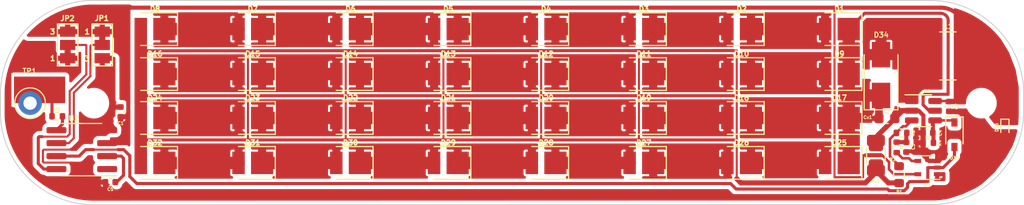
<source format=kicad_pcb>
(kicad_pcb (version 20211014) (generator pcbnew)
  (layers (0 "F.Cu" signal) (31 "B.Cu" signal) (34 "B.Paste" user) (35 "F.Paste" user) (36 "B.SilkS" user "B.Silkscreen") (37 "F.SilkS" user "F.Silkscreen") (38 "B.Mask" user) (39 "F.Mask" user) (44 "Edge.Cuts" user))
  (net 0 "")
  (net 1 "Net-(C4-Pad1)")
  (net 2 "GND")
  (net 3 "+5V")
  (net 4 "Net-(D1-Pad1)")
  (net 5 "Net-(D2-Pad1)")
  (net 6 "Net-(D4-Pad1)")
  (net 7 "Net-(D5-Pad1)")
  (net 8 "Net-(D6-Pad1)")
  (net 9 "Net-(D14-Pad1)")
  (net 10 "Net-(D7-Pad1)")
  (net 11 "Net-(D11-Pad1)")
  (net 12 "Net-(C5-Pad1)")
  (net 13 "Net-(D15-Pad1)")
  (net 14 "Net-(Cx1-Pad1)")
  (net 15 "Net-(R6-Pad2)")
  (net 17 "Net-(R6-Pad1)")
  (net 18 "Net-(C3-Pad1)")
  (net 19 "Net-(D12-Pad1)")
  (net 20 "Net-(R1-Pad2)")
  (net 21 "unconnected-(U3-Pad1)")
  (net 22 "Net-(D13-Pad1)")
  (net 23 "Net-(D17-Pad1)")
  (net 24 "Net-(D19-Pad1)")
  (net 25 "Net-(D21-Pad1)")
  (net 26 "Net-(D23-Pad1)")
  (net 27 "Net-(D20-Pad1)")
  (net 28 "Net-(D25-Pad1)")
  (net 29 "Net-(D22-Pad1)")
  (net 30 "Net-(D27-Pad1)")
  (net 31 "Net-(D29-Pad1)")
  (net 32 "Net-(D30-Pad1)")
  (net 33 "Net-(R3-Pad1)")
  (net 34 "Net-(D31-Pad1)")
  (net 35 "Net-(D33-Pad2)")
  (net 36 "Net-(D34-Pad2)")
  (net 37 "Net-(D28-Pad1)")
  (net 38 "Net-(D16-Pad1)")
  (net 39 "Net-(D10-Pad2)")
  (net 40 "Net-(D3-Pad1)")
  (net 41 "Net-(D10-Pad1)")
  (net 42 "Net-(D18-Pad1)")
  (net 43 "Net-(D26-Pad1)")
  (net 44 "Net-(JP1-Pad2)")
  (net 45 "Net-(JP2-Pad2)")
  (footprint "LED_SMD:LED_2835_custom_margin" (layer "F.Cu") (at 95.48 39.625 180)
    (fp_text reference "D3")
    (fp_text value "660nm" hide)
  )
  (footprint "LED_SMD:LED_2835_custom_margin" (layer "F.Cu") (at 57.28 52.725 180)
    (fp_text reference "D31")
    (fp_text value "660nm" hide)
  )
  (footprint "LED_SMD:LED_2835_custom_margin" (layer "F.Cu") (at 114.58 39.625 180)
    (fp_text reference "D1")
    (fp_text value "660nm" hide)
  )
  (footprint "Resistor_SMD:R_0402_1005Metric" (layer "F.Cu") (at 38.18 48.165)
    (fp_text reference "R6")
    (fp_text value "5k" hide)
  )
  (footprint "LED_SMD:LED_2835_custom_margin" (layer "F.Cu") (at 47.73 44.025 180)
    (fp_text reference "D16")
    (fp_text value "660nm" hide)
  )
  (footprint "LED_SMD:LED_2835_custom_margin" (layer "F.Cu") (at 66.83 52.725 180)
    (fp_text reference "D30")
    (fp_text value "660nm" hide)
  )
  (footprint "LED_SMD:LED_2835_custom_margin" (layer "F.Cu") (at 76.38 48.325 180)
    (fp_text reference "D21")
    (fp_text value "660nm" hide)
  )
  (footprint "Resistor_SMD:R_0402_1005Metric" (layer "F.Cu") (at 123.26 50.755)
    (fp_text reference "R4")
    (fp_text value "100k" hide)
  )
  (footprint "LED_SMD:LED_2835_custom_margin" (layer "F.Cu") (at 47.73 52.725 180)
    (fp_text reference "D32")
    (fp_text value "660nm" hide)
  )
  (footprint "LED_SMD:LED_2835_custom_margin" (layer "F.Cu") (at 95.48 44.025 180)
    (fp_text reference "D11")
    (fp_text value "660nm" hide)
  )
  (footprint "MountingHole:MountingHole_2.1mm" (layer "F.Cu") (at 41.77 46.865)
    (fp_text reference "H2" hide)
    (fp_text value "MountingHole" hide)
  )
  (footprint "LED_SMD:LED_2835_custom_margin" (layer "F.Cu") (at 66.83 48.325 180)
    (fp_text reference "D22")
    (fp_text value "660nm" hide)
  )
  (footprint "LED_SMD:LED_2835_custom_margin" (layer "F.Cu") (at 85.93 48.325 180)
    (fp_text reference "D20")
    (fp_text value "660nm" hide)
  )
  (footprint "TestPoint:TestPoint_Loop_D2.50mm_Drill1.0mm_overlap_pad_custom" (layer "F.Cu") (at 35.53 46.875)
    (fp_text reference "TP1")
    (fp_text value "TestPoint" hide)
  )
  (footprint "LED_SMD:LED_2835_custom_margin" (layer "F.Cu") (at 105.03 48.325 180)
    (fp_text reference "D18")
    (fp_text value "660nm" hide)
  )
  (footprint "LED_SMD:LED_2835_custom_margin" (layer "F.Cu") (at 57.28 39.625 180)
    (fp_text reference "D7")
    (fp_text value "660nm" hide)
  )
  (footprint "custom_footprint_library:L_WHC_0630_custom" (layer "F.Cu") (at 125.2 42.25 180)
    (fp_text reference "L1")
    (fp_text value "L_Ferrite_Small" hide)
  )
  (footprint "Capacitor_SMD:C_0402_1005Metric" (layer "F.Cu") (at 125.3 47.195 -90)
    (fp_text reference "C2")
    (fp_text value "22u" hide)
  )
  (footprint "LED_SMD:LED_2835_custom_margin" (layer "F.Cu") (at 85.93 52.725 180)
    (fp_text reference "D28")
    (fp_text value "660nm" hide)
  )
  (footprint "LED_SMD:LED_2835_custom_margin" (layer "F.Cu") (at 85.93 39.625 180)
    (fp_text reference "D4")
    (fp_text value "660nm" hide)
  )
  (footprint "custom_footprint_library:R_1206_0805_3216Metric_custom" (layer "F.Cu") (at 118.15 52 -90)
    (fp_text reference "Rx1")
    (fp_text value "1.5" hide)
  )
  (footprint "LED_SMD:LED_2835_custom_margin" (layer "F.Cu") (at 95.48 52.725 180)
    (fp_text reference "D27")
    (fp_text value "660nm" hide)
  )
  (footprint "LED_SMD:LED_2835_custom_margin" (layer "F.Cu") (at 47.73 48.325 180)
    (fp_text reference "D24")
    (fp_text value "660nm" hide)
  )
  (footprint "LED_SMD:LED_2835_custom_margin" (layer "F.Cu") (at 57.28 44.025 180)
    (fp_text reference "D15")
    (fp_text value "660nm" hide)
  )
  (footprint "Capacitor_SMD:C_0402_1005Metric" (layer "F.Cu") (at 123.23 49.785 180)
    (fp_text reference "C4")
    (fp_text value "1n" hide)
  )
  (footprint "LED_SMD:LED_2835_custom_margin" (layer "F.Cu") (at 114.58 48.325 180)
    (fp_text reference "D17")
    (fp_text value "660nm" hide)
  )
  (footprint "LED_SMD:LED_2835_custom_margin" (layer "F.Cu") (at 57.28 48.325 180)
    (fp_text reference "D23")
    (fp_text value "660nm" hide)
  )
  (footprint "LED_SMD:LED_2835_custom_margin" (layer "F.Cu") (at 105.03 52.725 180)
    (fp_text reference "D26")
    (fp_text value "660nm" hide)
  )
  (footprint "Jumper:SolderJumper-3_P1.3mm_Bridged12_Pad1.0x1.5mm_NumberLabels" (layer "F.Cu") (at 39.2 41.175 90)
    (fp_text reference "JP2")
    (fp_text value "solderjumper_2" hide)
  )
  (footprint "LED_SMD:LED_2835_custom_margin" (layer "F.Cu") (at 105.03 44.025 180)
    (fp_text reference "D10")
    (fp_text value "660nm" hide)
  )
  (footprint "LED_SMD:LED_2835_custom_margin" (layer "F.Cu") (at 105.03 39.625 180)
    (fp_text reference "D2")
    (fp_text value "660nm" hide)
  )
  (footprint "Package_TO_SOT_SMD:SOT-353_SC-70-5" (layer "F.Cu") (at 123.19 53.185 180)
    (fp_text reference "U3")
    (fp_text value "74LVC1G04" hide)
  )
  (footprint "LED_SMD:LED_2835_custom_margin" (layer "F.Cu") (at 76.38 44.025 180)
    (fp_text reference "D13")
    (fp_text value "660nm" hide)
  )
  (footprint "Diode_SMD:D_SMA" (layer "F.Cu") (at 118.65 44.125 90)
    (fp_text reference "D34")
    (fp_text value "SS14" hide)
  )
  (footprint "Capacitor_SMD:C_0402_1005Metric" (layer "F.Cu") (at 44.37 47.735 -90)
    (fp_text reference "C1")
    (fp_text value "1u" hide)
  )
  (footprint "Resistor_SMD:R_0402_1005Metric" (layer "F.Cu") (at 120.66 49.785)
    (fp_text reference "R2")
    (fp_text value "200k" hide)
  )
  (footprint "LED_SMD:LED_2835_custom_margin" (layer "F.Cu") (at 85.93 44.025 180)
    (fp_text reference "D12")
    (fp_text value "660nm" hide)
  )
  (footprint "Resistor_SMD:R_0603_1608Metric" (layer "F.Cu") (at 120.41 53.875 90)
    (fp_text reference "R1")
    (fp_text value "23.2k" hide)
  )
  (footprint "LED_SMD:LED_2835_custom_margin" (layer "F.Cu") (at 66.83 44.025 180)
    (fp_text reference "D14")
    (fp_text value "660nm" hide)
  )
  (footprint "Diode_SMD:D_SOD-923" (layer "F.Cu") (at 130.75 49.25 -90)
    (fp_text reference "D35")
    (fp_text value "D_TVS_unidirection" hide)
  )
  (footprint "Capacitor_SMD:C_0603_1608Metric" (layer "F.Cu") (at 119.22 48.365)
    (fp_text reference "Cx1")
    (fp_text value "22u" hide)
  )
  (footprint "Resistor_SMD:R_0402_1005Metric" (layer "F.Cu") (at 120.18 51.205 90)
    (fp_text reference "R3")
    (fp_text value "200k" hide)
  )
  (footprint "Capacitor_SMD:C_0402_1005Metric" (layer "F.Cu") (at 121.12 51.185 -90)
    (fp_text reference "C3")
    (fp_text value "1u" hide)
  )
  (footprint "LED_SMD:LED_2835_custom_margin" (layer "F.Cu") (at 76.38 39.625 180)
    (fp_text reference "D5")
    (fp_text value "660nm" hide)
  )
  (footprint "Package_SO:SOIC-8_3.9x4.9mm_P1.27mm" (layer "F.Cu") (at 40.58 51.425 180)
    (fp_text reference "U2")
    (fp_text value "JL8022W-L" hide)
  )
  (footprint "Capacitor_SMD:C_0402_1005Metric" (layer "F.Cu") (at 43.37 54.605 180)
    (fp_text reference "C5")
    (fp_text value "10n" hide)
  )
  (footprint "LED_SMD:LED_2835_custom_margin" (layer "F.Cu") (at 47.73 39.625 180)
    (fp_text reference "D8")
    (fp_text value "660nm" hide)
  )
  (footprint "LED_SMD:LED_2835_custom_margin" (layer "F.Cu") (at 114.58 44.025 180)
    (fp_text reference "D9")
    (fp_text value "660nm" hide)
  )
  (footprint "MountingHole:MountingHole_2.1mm" (layer "F.Cu") (at 128.45 46.875)
    (fp_text reference "H1" hide)
    (fp_text value "MountingHole" hide)
  )
  (footprint "Jumper:SolderJumper-3_P1.3mm_Bridged12_Pad1.0x1.5mm_NumberLabels" (layer "F.Cu") (at 42.575 41.175 -90)
    (fp_text reference "JP1")
    (fp_text value "solderjumper_1" hide)
  )
  (footprint "LED_SMD:LED_2835_custom_margin" (layer "F.Cu") (at 95.48 48.325 180)
    (fp_text reference "D19")
    (fp_text value "660nm" hide)
  )
  (footprint "LED_SMD:LED_2835_custom_margin" (layer "F.Cu") (at 76.38 52.725 180)
    (fp_text reference "D29")
    (fp_text value "660nm" hide)
  )
  (footprint "LED_SMD:LED_2835_custom_margin" (layer "F.Cu") (at 66.83 39.625 180)
    (fp_text reference "D6")
    (fp_text value "660nm" hide)
  )
  (footprint "Diode_SMD:D_SOD-323_custom" (layer "F.Cu") (at 125.82 49.815 -90)
    (fp_text reference "D33")
    (fp_text value "1N4148WS" hide)
  )
  (footprint "Package_TO_SOT_SMD:SOT-23-6" (layer "F.Cu") (at 122.79 47.615)
    (fp_text reference "U1")
    (fp_text value "MT9284_1" hide)
  )
  (footprint "LED_SMD:LED_2835_custom_margin" (layer "F.Cu") (at 114.58 52.725 180)
    (fp_text reference "D25")
    (fp_text value "660nm" hide)
  )
  (gr_arc (start 123.68 36.825001) (mid 129.801912 39.394768) (end 132.58 45.425) (layer "Edge.Cuts") (width 0.1))
  (gr_line (start 32.64 45.725) (end 32.64 48.245) (layer "Edge.Cuts") (width 0.1))
  (gr_line (start 123.980001 56.803115) (end 41.54 56.824999) (layer "Edge.Cuts") (width 0.1))
  (gr_line (start 41.239999 36.825) (end 123.68 36.825001) (layer "Edge.Cuts") (width 0.1))
  (gr_line (start 132.58 45.425) (end 132.58 47.903115) (layer "Edge.Cuts") (width 0.1))
  (gr_arc (start 41.54 56.824999) (mid 35.42487 54.262232) (end 32.64 48.245) (layer "Edge.Cuts") (width 0.1))
  (gr_arc (start 132.58 47.903115) (mid 130.010207 54.024999) (end 123.980001 56.803115) (layer "Edge.Cuts") (width 0.1))
  (gr_arc (start 32.64 45.725) (mid 35.209792 39.603113) (end 41.239999 36.825) (layer "Edge.Cuts") (width 0.1))
  (segment (start 123.77 50.755) (end 123.77 49.845) (width 0.4) (layer "F.Cu") (net 1))
  (segment (start 123.71 48.7825) (end 123.9275 48.565) (width 0.4) (layer "F.Cu") (net 1))
  (segment (start 123.77 49.845) (end 123.71 49.785) (width 0.4) (layer "F.Cu") (net 1))
  (segment (start 125.62 48.565) (end 125.82 48.765) (width 0.25) (layer "F.Cu") (net 1))
  (segment (start 123.9275 48.565) (end 125.62 48.565) (width 0.25) (layer "F.Cu") (net 1))
  (segment (start 123.71 49.785) (end 123.71 48.7825) (width 0.4) (layer "F.Cu") (net 1))
  (segment (start 124.300489 52.535) (end 124.73 52.105489) (width 0.4) (layer "F.Cu") (net 2))
  (segment (start 39.555 51.425) (end 36.88 51.425) (width 0.2) (layer "F.Cu") (net 2))
  (segment (start 122.79 49.735) (end 122.76 49.765) (width 0.4) (layer "F.Cu") (net 2))
  (segment (start 39.68 54.7) (end 38.076015 54.7) (width 0.3) (layer "F.Cu") (net 2))
  (segment (start 39.68 54.7) (end 42.795 54.7) (width 0.3) (layer "F.Cu") (net 2))
  (segment (start 130.75 49.67) (end 130.455 49.965) (width 0.25) (layer "F.Cu") (net 2))
  (segment (start 36.88 51.425) (end 36.78 51.525) (width 0.2) (layer "F.Cu") (net 2))
  (segment (start 42.795 54.7) (end 42.89 54.605) (width 0.3) (layer "F.Cu") (net 2))
  (segment (start 43.055 49.52) (end 41.91 49.52) (width 0.25) (layer "F.Cu") (net 2))
  (segment (start 36.78 51.525) (end 36.78 52.61048) (width 0.2) (layer "F.Cu") (net 2))
  (segment (start 118.15 50.21) (end 119.995 48.365) (width 0.5) (layer "F.Cu") (net 2))
  (segment (start 36.78 52.61048) (end 36.86452 52.695) (width 0.2) (layer "F.Cu") (net 2))
  (segment (start 119.239763 55.94904) (end 119.225723 55.935) (width 0.3) (layer "F.Cu") (net 2))
  (segment (start 126.855 49.95) (end 126.84 49.965) (width 0.3) (layer "F.Cu") (net 2))
  (segment (start 124.73 52.105489) (end 124.73 50.215) (width 0.75) (layer "F.Cu") (net 2))
  (segment (start 120.745 47.615) (end 121.6525 47.615) (width 0.5) (layer "F.Cu") (net 2))
  (segment (start 43.73 42.475) (end 43.73 47.325) (width 0.25) (layer "F.Cu") (net 2))
  (segment (start 42.575 42.475) (end 43.73 42.475) (width 0.25) (layer "F.Cu") (net 2))
  (segment (start 43.8 47.255) (end 43.73 47.325) (width 0.25) (layer "F.Cu") (net 2))
  (segment (start 118.33 51.07) (end 118.33 50.5425) (width 0.4) (layer "F.Cu") (net 2))
  (segment (start 124.14 52.535) (end 124.300489 52.535) (width 0.4) (layer "F.Cu") (net 2))
  (segment (start 122.79 49.745) (end 122.75 49.785) (width 0.4) (layer "F.Cu") (net 2))
  (segment (start 36.86452 52.695) (end 39.72 52.695) (width 0.2) (layer "F.Cu") (net 2))
  (segment (start 124.98 49.965) (end 126.84 49.965) (width 0.75) (layer "F.Cu") (net 2))
  (segment (start 122.76 51.955) (end 123.34 52.535) (width 0.4) (layer "F.Cu") (net 2))
  (segment (start 40.005 51.425) (end 39.555 51.425) (width 0.25) (layer "F.Cu") (net 2))
  (segment (start 44.177715 55.935) (end 42.89 54.647285) (width 0.3) (layer "F.Cu") (net 2))
  (segment (start 122.79 48.085) (end 122.79 49.745) (width 0.4) (layer "F.Cu") (net 2))
  (segment (start 122.76 51.155) (end 122.76 51.955) (width 0.4) (layer "F.Cu") (net 2))
  (segment (start 39.01 43.705) (end 39.2 43.515) (width 0.3) (layer "F.Cu") (net 2))
  (segment (start 33.555 47.527335) (end 33.555 43.73) (width 0.3) (layer "F.Cu") (net 2))
  (segment (start 126.85 50.115) (end 126.855 50.12) (width 0.25) (layer "F.Cu") (net 2))
  (segment (start 126.129022 47.675) (end 125.3 47.675) (width 0.3) (layer "F.Cu") (net 2))
  (segment (start 119.225723 55.935) (end 44.177715 55.935) (width 0.3) (layer "F.Cu") (net 2))
  (segment (start 39.2 43.515) (end 39.2 42.475) (width 0.3) (layer "F.Cu") (net 2))
  (segment (start 130.455 49.965) (end 126.84 49.965) (width 0.25) (layer "F.Cu") (net 2))
  (segment (start 122.32 47.615) (end 122.79 48.085) (width 0.4) (layer "F.Cu") (net 2))
  (segment (start 121.6525 47.615) (end 122.32 47.615) (width 0.4) (layer "F.Cu") (net 2))
  (segment (start 43.73 48.075) (end 43.055 48.75) (width 0.25) (layer "F.Cu") (net 2))
  (segment (start 42.89 54.647285) (end 42.89 54.605) (width 0.3) (layer "F.Cu") (net 2))
  (segment (start 126.855 53.6) (end 124.50596 55.94904) (width 0.3) (layer "F.Cu") (net 2))
  (segment (start 43.73 47.325) (end 43.73 48.075) (width 0.25) (layer "F.Cu") (net 2))
  (segment (start 118.15 50.5375) (end 118.15 50.21) (width 0.5) (layer "F.Cu") (net 2))
  (segment (start 44.37 47.255) (end 43.8 47.255) (width 0.25) (layer "F.Cu") (net 2))
  (segment (start 34.03 43.255) (end 37.71 43.255) (width 0.3) (layer "F.Cu") (net 2))
  (segment (start 38.16 43.705) (end 39.01 43.705) (width 0.3) (layer "F.Cu") (net 2))
  (segment (start 119.995 48.365) (end 120.745 47.615) (width 0.5) (layer "F.Cu") (net 2))
  (segment (start 43.055 48.75) (end 43.055 49.52) (width 0.25) (layer "F.Cu") (net 2))
  (segment (start 39.72 52.695) (end 39.72 54.603432) (width 0.2) (layer "F.Cu") (net 2))
  (segment (start 33.555 43.73) (end 34.03 43.255) (width 0.3) (layer "F.Cu") (net 2))
  (segment (start 122.75 49.785) (end 122.75 50.755) (width 0.4) (layer "F.Cu") (net 2))
  (segment (start 126.855 48.400978) (end 126.855 49.95) (width 0.3) (layer "F.Cu") (net 2))
  (segment (start 41.91 49.52) (end 40.005 51.425) (width 0.25) (layer "F.Cu") (net 2))
  (segment (start 126.855 49.95) (end 126.855 53.6) (width 0.3) (layer "F.Cu") (net 2))
  (segment (start 123.34 52.535) (end 124.14 52.535) (width 0.4) (layer "F.Cu") (net 2))
  (segment (start 124.73 50.215) (end 124.98 49.965) (width 0.75) (layer "F.Cu") (net 2))
  (segment (start 124.50596 55.94904) (end 119.239763 55.94904) (width 0.3) (layer "F.Cu") (net 2))
  (segment (start 126.855 48.400978) (end 126.129022 47.675) (width 0.3) (layer "F.Cu") (net 2))
  (segment (start 121.12 51.665) (end 121.2 51.585) (width 0.25) (layer "F.Cu") (net 2))
  (segment (start 37.71 43.255) (end 38.16 43.705) (width 0.3) (layer "F.Cu") (net 2))
  (arc (start 36.205 53.925) (mid 34.243713 50.989726) (end 33.555 47.527335) (width 0.3) (layer "F.Cu") (net 2))
  (arc (start 39.72 54.603432) (mid 39.709604 54.655694) (end 39.68 54.7) (width 0.2) (layer "F.Cu") (net 2))
  (arc (start 38.076015 54.7) (mid 37.063429 54.498584) (end 36.205 53.925) (width 0.3) (layer "F.Cu") (net 2))
  (segment (start 44.9 48.215) (end 44.37 48.215) (width 0.4) (layer "F.Cu") (net 3))
  (segment (start 114.105 37.43) (end 114.11 37.425) (width 0.2) (layer "F.Cu") (net 3))
  (segment (start 45.12 50.79) (end 45.12 48.435) (width 0.4) (layer "F.Cu") (net 3))
  (segment (start 123.9275 46.665) (end 125.25 46.665) (width 0.25) (layer "F.Cu") (net 3))
  (segment (start 116.895362 54.125) (end 116.895362 51.975) (width 0.2) (layer "F.Cu") (net 3))
  (segment (start 42.575 39.875) (end 42.575 38.67) (width 0.4) (layer "F.Cu") (net 3))
  (segment (start 45.28 37.445) (end 45.36048 37.52548) (width 0.4) (layer "F.Cu") (net 3))
  (segment (start 117.175 51.975) (end 117.17702 51.97702) (width 0.4) (layer "F.Cu") (net 3))
  (segment (start 43.055 50.79) (end 45.12 50.79) (width 0.4) (layer "F.Cu") (net 3))
  (segment (start 127.405 41.237102) (end 127.405 42.725) (width 0.4) (layer "F.Cu") (net 3))
  (segment (start 45.36048 37.52548) (end 124.477618 37.52548) (width 0.4) (layer "F.Cu") (net 3))
  (segment (start 119.429996 53.354996) (end 119.429996 52.645003) (width 0.25) (layer "F.Cu") (net 3))
  (segment (start 129.395 45.045) (end 127.405 45.045) (width 0.25) (layer "F.Cu") (net 3))
  (segment (start 43.8 37.445) (end 45.28 37.445) (width 0.4) (layer "F.Cu") (net 3))
  (segment (start 117.17702 51.97702) (end 118.65 51.97702) (width 0.4) (layer "F.Cu") (net 3))
  (segment (start 42.575 38.67) (end 43.8 37.445) (width 0.4) (layer "F.Cu") (net 3))
  (segment (start 114.105 54.125) (end 114.105 37.43) (width 0.2) (layer "F.Cu") (net 3))
  (segment (start 45.12 48.435) (end 44.9 48.215) (width 0.4) (layer "F.Cu") (net 3))
  (segment (start 127.405 45.045) (end 127.405 42.725) (width 0.4) (layer "F.Cu") (net 3))
  (segment (start 119.429996 52.645003) (end 118.762013 51.97702) (width 0.25) (layer "F.Cu") (net 3))
  (segment (start 118.762013 51.97702) (end 118.65 51.97702) (width 0.25) (layer "F.Cu") (net 3))
  (segment (start 119.91 53.835) (end 119.429996 53.354996) (width 0.25) (layer "F.Cu") (net 3))
  (segment (start 42.575 39.875) (end 39.2 39.875) (width 0.4) (layer "F.Cu") (net 3))
  (segment (start 116.895362 51.975) (end 117.175 51.975) (width 0.2) (layer "F.Cu") (net 3))
  (segment (start 116.895362 54.125) (end 114.105 54.125) (width 0.2) (layer "F.Cu") (net 3))
  (segment (start 125.3 46.715) (end 125.735 46.715) (width 0.4) (layer "F.Cu") (net 3))
  (segment (start 125.735 46.715) (end 127.405 45.045) (width 0.4) (layer "F.Cu") (net 3))
  (segment (start 122.24 53.835) (end 119.91 53.835) (width 0.25) (layer "F.Cu") (net 3))
  (segment (start 130.75 46.4) (end 129.395 45.045) (width 0.25) (layer "F.Cu") (net 3))
  (segment (start 125.25 46.665) (end 125.3 46.715) (width 0.25) (layer "F.Cu") (net 3))
  (segment (start 45.12 48.435) (end 45.12 37.605) (width 0.4) (layer "F.Cu") (net 3))
  (segment (start 45.12 37.605) (end 45.28 37.445) (width 0.4) (layer "F.Cu") (net 3))
  (segment (start 130.75 48.83) (end 130.75 46.4) (width 0.25) (layer "F.Cu") (net 3))
  (arc (start 126.155469 38.220468) (mid 127.080257 39.604511) (end 127.405 41.237102) (width 0.4) (layer "F.Cu") (net 3))
  (arc (start 124.477618 37.52548) (mid 125.385664 37.706102) (end 126.155469 38.220468) (width 0.4) (layer "F.Cu") (net 3))
  (segment (start 105.945 39.625) (end 113.19 39.625) (width 1.215) (layer "F.Cu") (net 4))
  (segment (start 96.395 39.625) (end 103.64 39.625) (width 1.215) (layer "F.Cu") (net 5))
  (segment (start 77.295 39.625) (end 84.54 39.625) (width 1.215) (layer "F.Cu") (net 6))
  (segment (start 67.745 39.625) (end 74.99 39.625) (width 1.215) (layer "F.Cu") (net 7))
  (segment (start 58.195 39.625) (end 65.44 39.625) (width 1.215) (layer "F.Cu") (net 8))
  (segment (start 58.195 44.025) (end 65.44 44.025) (width 1.215) (layer "F.Cu") (net 9))
  (segment (start 48.645 39.625) (end 55.89 39.625) (width 1.215) (layer "F.Cu") (net 10))
  (segment (start 86.845 44.025) (end 94.09 44.025) (width 1.215) (layer "F.Cu") (net 11))
  (segment (start 44.65048 53.94452) (end 43.99 54.605) (width 0.3) (layer "F.Cu") (net 12))
  (segment (start 44.44 52.06) (end 44.65048 52.27048) (width 0.3) (layer "F.Cu") (net 12))
  (segment (start 44.65048 52.27048) (end 44.65048 53.94452) (width 0.3) (layer "F.Cu") (net 12))
  (segment (start 43.99 54.605) (end 43.85 54.605) (width 0.3) (layer "F.Cu") (net 12))
  (segment (start 43.055 52.06) (end 44.44 52.06) (width 0.3) (layer "F.Cu") (net 12))
  (segment (start 48.645 44.025) (end 55.89 44.025) (width 1.215) (layer "F.Cu") (net 13))
  (segment (start 123.34 47.615) (end 123.9275 47.615) (width 0.3) (layer "F.Cu") (net 14))
  (segment (start 125.2 46.005) (end 122.93 46.005) (width 0.3) (layer "F.Cu") (net 14))
  (segment (start 125.2 43.185) (end 125.2 46.005) (width 0.3) (layer "F.Cu") (net 14))
  (segment (start 118.445 48.365) (end 118.445 46.33) (width 0.75) (layer "F.Cu") (net 14))
  (segment (start 115.495 39.625) (end 115.495 44.025) (width 1.215) (layer "F.Cu") (net 14))
  (segment (start 115.495 46.22) (end 115.495 48.325) (width 1.215) (layer "F.Cu") (net 14))
  (segment (start 118.445 46.33) (end 118.65 46.125) (width 0.75) (layer "F.Cu") (net 14))
  (segment (start 115.495 44.025) (end 115.495 46.22) (width 1.215) (layer "F.Cu") (net 14))
  (segment (start 122.76 46.175) (end 122.76 47.035) (width 0.3) (layer "F.Cu") (net 14))
  (segment (start 117.045 38.075) (end 115.495 39.625) (width 0.3) (layer "F.Cu") (net 14))
  (segment (start 115.495 46.22) (end 115.59 46.125) (width 1.215) (layer "F.Cu") (net 14))
  (segment (start 122.76 47.035) (end 123.34 47.615) (width 0.3) (layer "F.Cu") (net 14))
  (segment (start 125.205 43.15) (end 125.205 38.782842) (width 0.3) (layer "F.Cu") (net 14))
  (segment (start 122.93 46.005) (end 122.76 46.175) (width 0.3) (layer "F.Cu") (net 14))
  (segment (start 124.461802 38.075) (end 117.045 38.075) (width 0.3) (layer "F.Cu") (net 14))
  (segment (start 115.495 48.325) (end 115.495 52.725) (width 1.215) (layer "F.Cu") (net 14))
  (segment (start 115.59 46.125) (end 118.65 46.125) (width 1.215) (layer "F.Cu") (net 14))
  (arc (start 125.005 38.3) (mid 124.755779 38.133475) (end 124.461802 38.075) (width 0.3) (layer "F.Cu") (net 14))
  (arc (start 125.205 38.782842) (mid 125.153022 38.52153) (end 125.005 38.3) (width 0.3) (layer "F.Cu") (net 14))
  (segment (start 38.69 48.165) (end 38.69 48.935) (width 0.3) (layer "F.Cu") (net 15))
  (segment (start 38.69 48.935) (end 38.105 49.52) (width 0.3) (layer "F.Cu") (net 15))
  (segment (start 37.67 48.165) (end 37.67 45.575) (width 0.3) (layer "F.Cu") (net 17))
  (segment (start 37.67 45.575) (end 36.455 45.575) (width 0.3) (layer "F.Cu") (net 17))
  (segment (start 121.12 50.705) (end 121.12 49.835) (width 0.4) (layer "F.Cu") (net 18))
  (segment (start 120.18 50.695) (end 121.11 50.695) (width 0.4) (layer "F.Cu") (net 18))
  (segment (start 121.12 49.835) (end 121.17 49.785) (width 0.4) (layer "F.Cu") (net 18))
  (segment (start 121.11 50.695) (end 121.12 50.705) (width 0.4) (layer "F.Cu") (net 18))
  (segment (start 77.295 44.025) (end 84.54 44.025) (width 1.215) (layer "F.Cu") (net 19))
  (segment (start 120.120141 49.785) (end 120.15 49.785) (width 0.25) (layer "F.Cu") (net 20))
  (segment (start 120.41 52.989289) (end 119.525 52.104289) (width 0.25) (layer "F.Cu") (net 20))
  (segment (start 121.6525 48.565) (end 121.07702 49.14048) (width 0.25) (layer "F.Cu") (net 20))
  (segment (start 119.525 52.104289) (end 119.525 50.380141) (width 0.25) (layer "F.Cu") (net 20))
  (segment (start 120.41 53.05) (end 120.41 52.989289) (width 0.25) (layer "F.Cu") (net 20))
  (segment (start 121.07702 49.14048) (end 120.79452 49.14048) (width 0.25) (layer "F.Cu") (net 20))
  (segment (start 119.525 50.380141) (end 120.120141 49.785) (width 0.25) (layer "F.Cu") (net 20))
  (segment (start 120.79452 49.14048) (end 120.15 49.785) (width 0.25) (layer "F.Cu") (net 20))
  (segment (start 67.745 44.025) (end 74.99 44.025) (width 1.215) (layer "F.Cu") (net 22))
  (segment (start 105.945 48.325) (end 113.19 48.325) (width 1.215) (layer "F.Cu") (net 23))
  (segment (start 86.845 48.325) (end 94.09 48.325) (width 1.215) (layer "F.Cu") (net 24))
  (segment (start 67.745 48.325) (end 74.99 48.325) (width 1.215) (layer "F.Cu") (net 25))
  (segment (start 48.645 48.325) (end 55.89 48.325) (width 1.215) (layer "F.Cu") (net 26))
  (segment (start 77.295 48.325) (end 84.54 48.325) (width 1.215) (layer "F.Cu") (net 27))
  (segment (start 105.945 52.725) (end 113.19 52.725) (width 1.215) (layer "F.Cu") (net 28))
  (segment (start 58.195 48.325) (end 65.44 48.325) (width 1.215) (layer "F.Cu") (net 29))
  (segment (start 86.845 52.725) (end 94.09 52.725) (width 1.215) (layer "F.Cu") (net 30))
  (segment (start 67.745 52.725) (end 74.99 52.725) (width 1.215) (layer "F.Cu") (net 31))
  (segment (start 58.195 52.725) (end 65.44 52.725) (width 1.215) (layer "F.Cu") (net 32))
  (segment (start 121.38 52.275) (end 121.64 52.535) (width 0.25) (layer "F.Cu") (net 33))
  (segment (start 121.64 52.535) (end 122.24 52.535) (width 0.25) (layer "F.Cu") (net 33))
  (segment (start 120.18 51.715) (end 120.74 52.275) (width 0.25) (layer "F.Cu") (net 33))
  (segment (start 120.74 52.275) (end 121.38 52.275) (width 0.25) (layer "F.Cu") (net 33))
  (segment (start 48.645 52.725) (end 55.89 52.725) (width 1.215) (layer "F.Cu") (net 34))
  (segment (start 121.23452 55.127618) (end 121.23452 54.77048) (width 0.3) (layer "F.Cu") (net 35))
  (segment (start 44.67 51.425) (end 45.27 52.025) (width 0.3) (layer "F.Cu") (net 35))
  (segment (start 124.14 53.185) (end 124.714022 53.185) (width 0.3) (layer "F.Cu") (net 35))
  (segment (start 40.755 51.625) (end 40.955 51.425) (width 0.3) (layer "F.Cu") (net 35))
  (segment (start 45.27 54.064022) (end 45.950978 54.745) (width 0.3) (layer "F.Cu") (net 35))
  (segment (start 41.755 51.425) (end 44.105 51.425) (width 0.2) (layer "F.Cu") (net 35))
  (segment (start 44.105 51.425) (end 44.67 51.425) (width 0.3) (layer "F.Cu") (net 35))
  (segment (start 40.32 52.06) (end 40.755 51.625) (width 0.3) (layer "F.Cu") (net 35))
  (segment (start 123.22 53.185) (end 124.14 53.185) (width 0.3) (layer "F.Cu") (net 35))
  (segment (start 120.912618 55.44952) (end 121.23452 55.127618) (width 0.3) (layer "F.Cu") (net 35))
  (segment (start 119.28167 55.28452) (end 119.44667 55.44952) (width 0.3) (layer "F.Cu") (net 35))
  (segment (start 119.44667 55.44952) (end 120.912618 55.44952) (width 0.3) (layer "F.Cu") (net 35))
  (segment (start 123.22 54.555) (end 123.22 53.185) (width 0.3) (layer "F.Cu") (net 35))
  (segment (start 103.952151 54.745) (end 104.491671 55.28452) (width 0.3) (layer "F.Cu") (net 35))
  (segment (start 45.27 52.025) (end 45.27 54.064022) (width 0.3) (layer "F.Cu") (net 35))
  (segment (start 104.491671 55.28452) (end 119.28167 55.28452) (width 0.3) (layer "F.Cu") (net 35))
  (segment (start 40.955 51.425) (end 41.755 51.425) (width 0.3) (layer "F.Cu") (net 35))
  (segment (start 124.714022 53.185) (end 125.82 52.079022) (width 0.3) (layer "F.Cu") (net 35))
  (segment (start 45.950978 54.745) (end 103.952151 54.745) (width 0.3) (layer "F.Cu") (net 35))
  (segment (start 125.82 52.079022) (end 125.82 51.165) (width 0.3) (layer "F.Cu") (net 35))
  (segment (start 38.105 52.06) (end 40.32 52.06) (width 0.3) (layer "F.Cu") (net 35))
  (segment (start 121.45 54.555) (end 123.22 54.555) (width 0.3) (layer "F.Cu") (net 35))
  (segment (start 121.23452 54.77048) (end 121.45 54.555) (width 0.3) (layer "F.Cu") (net 35))
  (segment (start 77.295 52.725) (end 84.54 52.725) (width 1.215) (layer "F.Cu") (net 37))
  (segment (start 66.360489 46.144511) (end 66.36 46.145) (width 0.2) (layer "F.Cu") (net 38))
  (segment (start 56.80908 50.45408) (end 56.83 50.475) (width 0.2) (layer "F.Cu") (net 38))
  (segment (start 56.83 50.475) (end 66.36 50.475) (width 0.3) (layer "F.Cu") (net 38))
  (segment (start 47.555 50.475) (end 46.955 50.475) (width 0.3) (layer "F.Cu") (net 38))
  (segment (start 66.366706 41.741706) (end 66.360489 41.747923) (width 0.2) (layer "F.Cu") (net 38))
  (segment (start 75.915 46.15) (end 85.445 46.15) (width 0.3) (layer "F.Cu") (net 38))
  (segment (start 85.449511 50.445489) (end 85.42 50.475) (width 0.2) (layer "F.Cu") (net 38))
  (segment (start 104.555 41.725) (end 104.555 46.15) (width 0.2) (layer "F.Cu") (net 38))
  (segment (start 47.555 46.15) (end 46.955 46.15) (width 0.3) (layer "F.Cu") (net 38))
  (segment (start 94.985 46.15) (end 94.999511 46.164511) (width 0.2) (layer "F.Cu") (net 38))
  (segment (start 56.80908 46.13592) (end 56.795 46.15) (width 0.2) (layer "F.Cu") (net 38))
  (segment (start 118.15 53.6475) (end 117.1125 54.685) (width 0.5) (layer "F.Cu") (net 38))
  (segment (start 46.34 48.325) (end 46.34 52.725) (width 1.215) (layer "F.Cu") (net 38))
  (segment (start 94.999511 46.135489) (end 94.985 46.15) (width 0.2) (layer "F.Cu") (net 38))
  (segment (start 94.98 50.475) (end 104.255 50.475) (width 0.3) (layer "F.Cu") (net 38))
  (segment (start 104.255 41.725) (end 104.555 41.725) (width 0.2) (layer "F.Cu") (net 38))
  (segment (start 46.34 44.025) (end 46.34 48.325) (width 1.215) (layer "F.Cu") (net 38))
  (segment (start 104.255 46.15) (end 104.555 46.15) (width 0.2) (layer "F.Cu") (net 38))
  (segment (start 118.15 52.89) (end 118.15 53.4625) (width 0.5) (layer "F.Cu") (net 38))
  (segment (start 85.449511 46.145489) (end 85.449511 50.445489) (width 0.2) (layer "F.Cu") (net 38))
  (segment (start 85.449511 46.145489) (end 85.445 46.15) (width 0.2) (layer "F.Cu") (net 38))
  (segment (start 66.36 50.475) (end 75.89 50.475) (width 0.3) (layer "F.Cu") (net 38))
  (segment (start 118.15 53.4625) (end 118.15 53.6475) (width 0.5) (layer "F.Cu") (net 38))
  (segment (start 66.36 46.145) (end 66.36 50.475) (width 0.2) (layer "F.Cu") (net 38))
  (segment (start 85.478279 41.733279) (end 85.449511 41.762047) (width 0.2) (layer "F.Cu") (net 38))
  (segment (start 75.915 46.15) (end 75.910489 46.154511) (width 0.2) (layer "F.Cu") (net 38))
  (segment (start 75.902501 41.737501) (end 75.902501 46.137501) (width 0.2) (layer "F.Cu") (net 38))
  (segment (start 94.984088 41.729088) (end 94.999511 41.744511) (width 0.2) (layer "F.Cu") (net 38))
  (segment (start 56.80908 41.74592) (end 56.80908 46.13592) (width 0.2) (layer "F.Cu") (net 38))
  (segment (start 66.355 46.15) (end 75.915 46.15) (width 0.3) (layer "F.Cu") (net 38))
  (segment (start 56.80908 46.13592) (end 56.80908 50.45408) (width 0.2) (layer "F.Cu") (net 38))
  (segment (start 75.902501 46.137501) (end 75.915 46.15) (width 0.2) (layer "F.Cu") (net 38))
  (segment (start 46.34 39.625) (end 46.34 44.025) (width 1.215) (layer "F.Cu") (net 38))
  (segment (start 75.910489 50.454511) (end 75.89 50.475) (width 0.2) (layer "F.Cu") (net 38))
  (segment (start 104.555 54.28) (end 104.56 54.285) (width 0.2) (layer "F.Cu") (net 38))
  (segment (start 66.366706 41.741706) (end 75.902501 41.737501) (width 0.3) (layer "F.Cu") (net 38))
  (segment (start 85.42 50.475) (end 94.98 50.475) (width 0.3) (layer "F.Cu") (net 38))
  (segment (start 104.255 50.475) (end 104.555 50.475) (width 0.2) (layer "F.Cu") (net 38))
  (segment (start 85.445 46.15) (end 94.985 46.15) (width 0.3) (layer "F.Cu") (net 38))
  (segment (start 94.999511 46.164511) (end 94.999511 50.455489) (width 0.2) (layer "F.Cu") (net 38))
  (segment (start 85.478279 41.733279) (end 94.984088 41.729088) (width 0.3) (layer "F.Cu") (net 38))
  (segment (start 66.360489 41.747923) (end 66.360489 46.144511) (width 0.2) (layer "F.Cu") (net 38))
  (segment (start 85.449511 41.762047) (end 85.449511 46.145489) (width 0.2) (layer "F.Cu") (net 38))
  (segment (start 104.555 50.475) (end 104.555 54.28) (width 0.2) (layer "F.Cu") (net 38))
  (segment (start 104.56 54.285) (end 104.96 54.685) (width 0.5) (layer "F.Cu") (net 38))
  (segment (start 56.795 46.15) (end 66.355 46.15) (width 0.3) (layer "F.Cu") (net 38))
  (segment (start 94.999511 50.455489) (end 94.98 50.475) (width 0.2) (layer "F.Cu") (net 38))
  (segment (start 94.984088 41.729088) (end 104.255 41.725) (width 0.3) (layer "F.Cu") (net 38))
  (segment (start 95 41.744511) (end 95 46.135489) (width 0.2) (layer "F.Cu") (net 38))
  (segment (start 120.41 54.7) (end 120.395 54.685) (width 0.5) (layer "F.Cu") (net 38))
  (segment (start 75.89 50.475) (end 85.42 50.475) (width 0.3) (layer "F.Cu") (net 38))
  (segment (start 75.902501 41.737501) (end 85.478279 41.733279) (width 0.3) (layer "F.Cu") (net 38))
  (segment (start 94.985 46.15) (end 104.255 46.15) (width 0.3) (layer "F.Cu") (net 38))
  (segment (start 47.555 50.475) (end 56.83 50.475) (width 0.3) (layer "F.Cu") (net 38))
  (segment (start 47.555 41.75) (end 46.955 41.75) (width 0.3) (layer "F.Cu") (net 38))
  (segment (start 56.80908 41.74592) (end 66.366706 41.741706) (width 0.3) (layer "F.Cu") (net 38))
  (segment (start 104.555 46.15) (end 104.555 50.475) (width 0.2) (layer "F.Cu") (net 38))
  (segment (start 104.96 54.685) (end 117.1125 54.685) (width 0.5) (layer "F.Cu") (net 38))
  (segment (start 75.910489 46.154511) (end 75.910489 50.454511) (width 0.2) (layer "F.Cu") (net 38))
  (segment (start 119.3725 54.685) (end 118.15 53.4625) (width 0.5) (layer "F.Cu") (net 38))
  (segment (start 47.555 41.75) (end 56.80908 41.74592) (width 0.3) (layer "F.Cu") (net 38))
  (segment (start 47.555 46.15) (end 56.795 46.15) (width 0.3) (layer "F.Cu") (net 38))
  (segment (start 66.360489 46.144511) (end 66.355 46.15) (width 0.2) (layer "F.Cu") (net 38))
  (segment (start 120.395 54.685) (end 119.3725 54.685) (width 0.5) (layer "F.Cu") (net 38))
  (segment (start 105.945 44.025) (end 113.19 44.025) (width 1.215) (layer "F.Cu") (net 39))
  (segment (start 86.845 39.625) (end 94.09 39.625) (width 1.215) (layer "F.Cu") (net 40))
  (segment (start 96.395 44.025) (end 103.64 44.025) (width 1.215) (layer "F.Cu") (net 41))
  (segment (start 96.395 48.325) (end 103.64 48.325) (width 1.215) (layer "F.Cu") (net 42))
  (segment (start 96.395 52.725) (end 103.64 52.725) (width 1.215) (layer "F.Cu") (net 43))
  (segment (start 39.79952 50.300486) (end 39.79952 45.860486) (width 0.2) (layer "F.Cu") (net 44))
  (segment (start 41.42 41.285) (end 41.53 41.175) (width 0.2) (layer "F.Cu") (net 44))
  (segment (start 39.79952 45.860486) (end 41.419999 44.240007) (width 0.2) (layer "F.Cu") (net 44))
  (segment (start 38.105 50.79) (end 39.310006 50.79) (width 0.2) (layer "F.Cu") (net 44))
  (segment (start 39.310006 50.79) (end 39.79952 50.300486) (width 0.2) (layer "F.Cu") (net 44))
  (segment (start 41.53 41.175) (end 42.575 41.175) (width 0.2) (layer "F.Cu") (net 44))
  (segment (start 41.419999 44.240007) (end 41.42 41.285) (width 0.2) (layer "F.Cu") (net 44))
  (segment (start 36.705 50.155) (end 36.425 50.155) (width 0.3) (layer "F.Cu") (net 45))
  (segment (start 36.425 50.155) (end 36.33048 50.24952) (width 0.3) (layer "F.Cu") (net 45))
  (segment (start 36.705 50.155) (end 39.15 50.155) (width 0.2) (layer "F.Cu") (net 45))
  (segment (start 36.33048 50.24952) (end 36.33048 52.796677) (width 0.3) (layer "F.Cu") (net 45))
  (segment (start 41.02048 41.21548) (end 40.98 41.175) (width 0.2) (layer "F.Cu") (net 45))
  (segment (start 41.02048 44.07452) (end 41.02048 41.21548) (width 0.2) (layer "F.Cu") (net 45))
  (segment (start 39.15 50.155) (end 39.4 49.905) (width 0.2) (layer "F.Cu") (net 45))
  (segment (start 36.33048 52.796677) (end 36.863803 53.33) (width 0.3) (layer "F.Cu") (net 45))
  (segment (start 39.4 45.695) (end 41.02048 44.07452) (width 0.2) (layer "F.Cu") (net 45))
  (segment (start 36.863803 53.33) (end 38.105 53.33) (width 0.3) (layer "F.Cu") (net 45))
  (segment (start 39.4 49.905) (end 39.4 45.695) (width 0.2) (layer "F.Cu") (net 45))
  (segment (start 40.98 41.175) (end 39.2 41.175) (width 0.2) (layer "F.Cu") (net 45))
  (zone (net 34) (net_name "Net-(D31-Pad1)") (layer "F.Cu") (priority 4) (connect_pads (clearance 0.2)) (min_thickness 0.254) (fill yes (thermal_gap 0.2) (thermal_bridge_width 0.8))
    (polygon (pts (xy 56.5 54.275) (xy 47.56 54.275) (xy 47.56 50.625) (xy 56.5 50.625)))
  )
  (zone (net 13) (net_name "Net-(D15-Pad1)") (layer "F.Cu") (priority 4) (connect_pads (clearance 0.2)) (min_thickness 0.254) (fill yes (thermal_gap 0.2) (thermal_bridge_width 0.8))
    (polygon (pts (xy 56.5 46) (xy 47.56 46) (xy 47.56 41.875) (xy 56.5 41.875)))
  )
  (zone (net 30) (net_name "Net-(D27-Pad1)") (layer "F.Cu") (priority 4) (connect_pads (clearance 0.2)) (min_thickness 0.254) (fill yes (thermal_gap 0.2) (thermal_bridge_width 0.8))
    (polygon (pts (xy 94.7 54.275) (xy 85.76 54.275) (xy 85.76 50.625) (xy 94.7 50.625)))
  )
  (zone (net 14) (net_name "Net-(Cx1-Pad1)") (layer "F.Cu") (priority 4) (connect_pads (clearance 0.3)) (min_thickness 0.254) (fill yes (thermal_gap 0.2) (thermal_bridge_width 0.8))
    (polygon (pts (xy 116.58 54.025) (xy 114.41 54.025) (xy 114.41 38.325) (xy 116.58 38.325)))
  )
  (zone (net 23) (net_name "Net-(D17-Pad1)") (layer "F.Cu") (priority 4) (connect_pads (clearance 0.2)) (min_thickness 0.254) (fill yes (thermal_gap 0.2) (thermal_bridge_width 0.8))
    (polygon (pts (xy 113.8 50.325) (xy 104.86 50.325) (xy 104.86 46.3) (xy 113.8 46.3)))
  )
  (zone (net 6) (net_name "Net-(D4-Pad1)") (layer "F.Cu") (priority 4) (connect_pads (clearance 0.2)) (min_thickness 0.254) (fill yes (thermal_gap 0.2) (thermal_bridge_width 0.8))
    (polygon (pts (xy 85.15 41.575) (xy 76.21 41.575) (xy 76.21 37.975) (xy 85.15 37.975)))
  )
  (zone (net 4) (net_name "Net-(D1-Pad1)") (layer "F.Cu") (priority 4) (connect_pads (clearance 0.2)) (min_thickness 0.254) (fill yes (thermal_gap 0.2) (thermal_bridge_width 0.8))
    (polygon (pts (xy 113.8 41.575) (xy 104.86 41.575) (xy 104.86 37.975) (xy 113.8 37.975)))
  )
  (zone (net 25) (net_name "Net-(D21-Pad1)") (layer "F.Cu") (priority 4) (connect_pads (clearance 0.2)) (min_thickness 0.254) (fill yes (thermal_gap 0.2) (thermal_bridge_width 0.8))
    (polygon (pts (xy 75.6 50.325) (xy 66.66 50.325) (xy 66.66 46.3) (xy 75.6 46.3)))
  )
  (zone (net 43) (net_name "Net-(D26-Pad1)") (layer "F.Cu") (priority 4) (connect_pads (clearance 0.2)) (min_thickness 0.254) (fill yes (thermal_gap 0.2) (thermal_bridge_width 0.8))
    (polygon (pts (xy 104.25 54.285) (xy 95.31 54.285) (xy 95.31 50.625) (xy 104.25 50.625)))
  )
  (zone (net 32) (net_name "Net-(D30-Pad1)") (layer "F.Cu") (priority 4) (connect_pads (clearance 0.2)) (min_thickness 0.254) (fill yes (thermal_gap 0.2) (thermal_bridge_width 0.8))
    (polygon (pts (xy 66.05 54.275) (xy 57.11 54.275) (xy 57.11 50.625) (xy 66.05 50.625)))
  )
  (zone (net 42) (net_name "Net-(D18-Pad1)") (layer "F.Cu") (priority 4) (connect_pads (clearance 0.2)) (min_thickness 0.254) (fill yes (thermal_gap 0.2) (thermal_bridge_width 0.8))
    (polygon (pts (xy 104.25 50.325) (xy 95.31 50.325) (xy 95.31 46.3) (xy 104.25 46.3)))
  )
  (zone (net 40) (net_name "Net-(D3-Pad1)") (layer "F.Cu") (priority 4) (connect_pads (clearance 0.2)) (min_thickness 0.254) (fill yes (thermal_gap 0.2) (thermal_bridge_width 0.8))
    (polygon (pts (xy 94.7 41.575) (xy 85.76 41.575) (xy 85.76 37.975) (xy 94.7 37.975)))
  )
  (zone (net 8) (net_name "Net-(D6-Pad1)") (layer "F.Cu") (priority 4) (connect_pads (clearance 0.2)) (min_thickness 0.254) (fill yes (thermal_gap 0.2) (thermal_bridge_width 0.8))
    (polygon (pts (xy 66.05 41.575) (xy 57.11 41.575) (xy 57.11 37.975) (xy 66.05 37.975)))
  )
  (zone (net 14) (net_name "Net-(Cx1-Pad1)") (layer "F.Cu") (priority 4) (connect_pads (clearance 0.25)) (min_thickness 0.254) (fill yes (thermal_gap 0.508) (thermal_bridge_width 0.508))
    (polygon (pts (xy 119.91 47.375) (xy 118.91 47.635) (xy 118.9 48.815) (xy 114.41 48.785) (xy 114.398444 44.480765) (xy 119.908444 44.510765)))
  )
  (zone (net 36) (net_name "Net-(D34-Pad2)") (layer "F.Cu") (priority 3) (connect_pads (clearance 0.3)) (min_thickness 0.254) (fill yes (thermal_gap 0.2) (thermal_bridge_width 0.8))
    (polygon (pts (xy 124.654414 45.771362) (xy 122.402455 46.102773) (xy 122.401042 46.829342) (xy 120.27 46.835) (xy 120.260075 43.584697) (xy 116.865938 43.584181) (xy 116.875945 37.374504) (xy 124.655536 37.387039)))
  )
  (zone (net 9) (net_name "Net-(D14-Pad1)") (layer "F.Cu") (priority 4) (connect_pads (clearance 0.2)) (min_thickness 0.254) (fill yes (thermal_gap 0.2) (thermal_bridge_width 0.8))
    (polygon (pts (xy 66.05 46) (xy 57.11 46) (xy 57.11 41.875) (xy 66.05 41.875)))
  )
  (zone (net 39) (net_name "Net-(D10-Pad2)") (layer "F.Cu") (priority 4) (connect_pads (clearance 0.2)) (min_thickness 0.254) (fill yes (thermal_gap 0.2) (thermal_bridge_width 0.8))
    (polygon (pts (xy 113.8 46) (xy 104.86 46) (xy 104.86 41.875) (xy 113.8 41.875)))
  )
  (zone (net 11) (net_name "Net-(D11-Pad1)") (layer "F.Cu") (priority 4) (connect_pads (clearance 0.2)) (min_thickness 0.254) (fill yes (thermal_gap 0.2) (thermal_bridge_width 0.8))
    (polygon (pts (xy 94.7 46) (xy 85.76 46) (xy 85.76 41.875) (xy 94.7 41.875)))
  )
  (zone (net 24) (net_name "Net-(D19-Pad1)") (layer "F.Cu") (priority 4) (connect_pads (clearance 0.2)) (min_thickness 0.254) (fill yes (thermal_gap 0.2) (thermal_bridge_width 0.8))
    (polygon (pts (xy 94.7 50.325) (xy 85.76 50.325) (xy 85.76 46.3) (xy 94.7 46.3)))
  )
  (zone (net 21) (net_name "unconnected-(U3-Pad1)") (layer "F.Cu") (priority 1) (connect_pads (clearance 0.2)) (min_thickness 0.254) (fill yes (thermal_gap 0.2) (thermal_bridge_width 0.508))
    (polygon (pts (xy 124.95 54.51) (xy 123.805 54.51) (xy 123.805 53.625) (xy 124.95 53.625)))
  )
  (zone (net 3) (net_name "+5V") (layer "F.Cu") (priority 1) (connect_pads (clearance 0.4)) (min_thickness 0.254) (fill yes (thermal_gap 0.508) (thermal_bridge_width 0.508))
    (polygon (pts (xy 126.08 37.498339) (xy 126.9 37.8) (xy 128.65 38.9) (xy 130.05 40.1) (xy 131.15 41.9) (xy 131.8 43.6) (xy 132.1 45.3) (xy 132.1 48.1) (xy 132.05 49.025) (xy 129.8 49.025) (xy 128.2 47) (xy 124.95 47) (xy 124.95 46.4) (xy 125.55 46.4) (xy 125.75 46.3) (xy 125.75 37.54) (xy 125.859863 37.518339)))
  )
  (zone (net 7) (net_name "Net-(D5-Pad1)") (layer "F.Cu") (priority 4) (connect_pads (clearance 0.2)) (min_thickness 0.254) (fill yes (thermal_gap 0.2) (thermal_bridge_width 0.8))
    (polygon (pts (xy 75.6 41.575) (xy 66.66 41.575) (xy 66.66 37.975) (xy 75.6 37.975)))
  )
  (zone (net 41) (net_name "Net-(D10-Pad1)") (layer "F.Cu") (priority 4) (connect_pads (clearance 0.2)) (min_thickness 0.254) (fill yes (thermal_gap 0.2) (thermal_bridge_width 0.8))
    (polygon (pts (xy 104.25 46) (xy 95.31 46) (xy 95.31 41.875) (xy 104.25 41.875)))
  )
  (zone (net 10) (net_name "Net-(D7-Pad1)") (layer "F.Cu") (priority 4) (connect_pads (clearance 0.2)) (min_thickness 0.254) (fill yes (thermal_gap 0.2) (thermal_bridge_width 0.8))
    (polygon (pts (xy 56.5 41.575) (xy 47.56 41.575) (xy 47.56 37.975) (xy 56.5 37.975)))
  )
  (zone (net 2) (net_name "GND") (layer "F.Cu") (connect_pads (clearance 0.4)) (min_thickness 0.254) (fill yes (thermal_gap 0.508) (thermal_bridge_width 0.508))
    (polygon (pts (xy 126.87 55.345) (xy 121.096181 55.338212) (xy 119.7 52.175) (xy 117.23 52.175) (xy 117.23 49.725) (xy 118.99 49.085) (xy 118.99 47.525) (xy 120.75 47.155) (xy 126.87 47.155)))
  )
  (zone (net 3) (net_name "+5V") (layer "F.Cu") (priority 1) (connect_pads yes (clearance 0.4)) (min_thickness 0.254) (fill yes (thermal_gap 0.508) (thermal_bridge_width 0.508))
    (polygon (pts (xy 45.313964 51.229287) (xy 43.332399 51.228758) (xy 43.343254 37.214392) (xy 45.314819 37.214921)))
  )
  (zone (net 26) (net_name "Net-(D23-Pad1)") (layer "F.Cu") (priority 4) (connect_pads (clearance 0.2)) (min_thickness 0.254) (fill yes (thermal_gap 0.2) (thermal_bridge_width 0.8))
    (polygon (pts (xy 56.5 50.325) (xy 47.56 50.325) (xy 47.56 46.3) (xy 56.5 46.3)))
  )
  (zone (net 31) (net_name "Net-(D29-Pad1)") (layer "F.Cu") (priority 4) (connect_pads (clearance 0.2)) (min_thickness 0.254) (fill yes (thermal_gap 0.2) (thermal_bridge_width 0.8))
    (polygon (pts (xy 75.6 54.265) (xy 66.66 54.265) (xy 66.66 50.625) (xy 75.6 50.625)))
  )
  (zone (net 27) (net_name "Net-(D20-Pad1)") (layer "F.Cu") (priority 4) (connect_pads (clearance 0.2)) (min_thickness 0.254) (fill yes (thermal_gap 0.2) (thermal_bridge_width 0.8))
    (polygon (pts (xy 85.15 50.325) (xy 76.21 50.325) (xy 76.21 46.3) (xy 85.15 46.3)))
  )
  (zone (net 38) (net_name "Net-(D16-Pad1)") (layer "F.Cu") (priority 4) (connect_pads (clearance 0.3)) (min_thickness 0.254) (fill yes (thermal_gap 0.2) (thermal_bridge_width 0.8))
    (polygon (pts (xy 46.95 54.025) (xy 45.73 54.025) (xy 45.73 38.325) (xy 46.95 38.325)))
  )
  (zone (net 28) (net_name "Net-(D25-Pad1)") (layer "F.Cu") (priority 4) (connect_pads (clearance 0.2)) (min_thickness 0.254) (fill yes (thermal_gap 0.2) (thermal_bridge_width 0.8))
    (polygon (pts (xy 113.8 54.255) (xy 104.86 54.255) (xy 104.86 50.625) (xy 113.8 50.625)))
  )
  (zone (net 19) (net_name "Net-(D12-Pad1)") (layer "F.Cu") (priority 4) (connect_pads (clearance 0.2)) (min_thickness 0.254) (fill yes (thermal_gap 0.2) (thermal_bridge_width 0.8))
    (polygon (pts (xy 85.15 46) (xy 76.21 46) (xy 76.21 41.875) (xy 85.15 41.875)))
  )
  (zone (net 37) (net_name "Net-(D28-Pad1)") (layer "F.Cu") (priority 4) (connect_pads (clearance 0.2)) (min_thickness 0.254) (fill yes (thermal_gap 0.2) (thermal_bridge_width 0.8))
    (polygon (pts (xy 85.15 54.265) (xy 76.21 54.265) (xy 76.21 50.625) (xy 85.15 50.625)))
  )
  (zone (net 22) (net_name "Net-(D13-Pad1)") (layer "F.Cu") (priority 4) (connect_pads (clearance 0.2)) (min_thickness 0.254) (fill yes (thermal_gap 0.2) (thermal_bridge_width 0.8))
    (polygon (pts (xy 75.6 46) (xy 66.66 46) (xy 66.66 41.875) (xy 75.6 41.875)))
  )
  (zone (net 29) (net_name "Net-(D22-Pad1)") (layer "F.Cu") (priority 4) (connect_pads (clearance 0.2)) (min_thickness 0.254) (fill yes (thermal_gap 0.2) (thermal_bridge_width 0.8))
    (polygon (pts (xy 66.05 50.325) (xy 57.11 50.325) (xy 57.11 46.3) (xy 66.05 46.3)))
  )
  (zone (net 5) (net_name "Net-(D2-Pad1)") (layer "F.Cu") (priority 4) (connect_pads (clearance 0.2)) (min_thickness 0.254) (fill yes (thermal_gap 0.2) (thermal_bridge_width 0.8))
    (polygon (pts (xy 104.25 41.575) (xy 95.31 41.575) (xy 95.31 37.975) (xy 104.25 37.975)))
  )
  (zone (net 2) (net_name "GND") (layer "F.Cu") (connect_pads (clearance 0.4)) (min_thickness 0.254) (fill yes (thermal_gap 0.508) (thermal_bridge_width 0.508))
    (polygon (pts (xy 125.1 37.15) (xy 126.65 37.7) (xy 128.25 38.6) (xy 129.95 40) (xy 131.15 41.85) (xy 131.8 43.7) (xy 132.1 45.4) (xy 132.1 48.2) (xy 132 49.45) (xy 131.65 50.8) (xy 130.85 52.2) (xy 129.75 53.65) (xy 128.3 55) (xy 126.6 55.8) (xy 124.45 56.5) (xy 41.45 56.47) (xy 40.5 56.4) (xy 39.3 56.1) (xy 37.8 55.5) (xy 36.6 54.75) (xy 35.35 53.7) (xy 34.4 52.45) (xy 33.65 51) (xy 33.2 49.6) (xy 32.95 48.2) (xy 32.95 45.4) (xy 33 44.95) (xy 33.2 43.7) (xy 33.7 42.3) (xy 34.5 40.85) (xy 35.45 39.7) (xy 36.85 38.5) (xy 38.05 37.85) (xy 39.8 37.25) (xy 41.35 37.05) (xy 123.7 37.05)))
  )
  (zone (net 3) (net_name "+5V") (layer "F.Cu") (priority 1) (connect_pads (clearance 0.4)) (min_thickness 0.254) (fill yes (thermal_gap 0.508) (thermal_bridge_width 0.508))
    (polygon (pts (xy 45.3 40.375) (xy 35.025 40.375) (xy 35.475 39.85) (xy 36.325 39.125) (xy 37.15 38.425) (xy 38.05 37.975) (xy 39.175 37.55) (xy 40.375 37.275) (xy 41.25 37.2) (xy 45.3 37.2)))
  )
)
</source>
